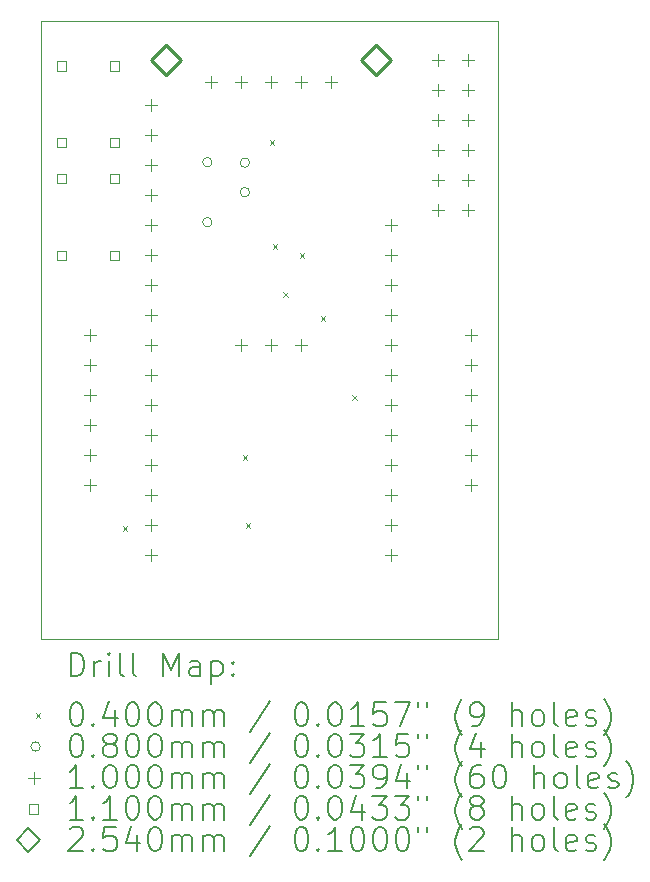
<source format=gbr>
%FSLAX45Y45*%
G04 Gerber Fmt 4.5, Leading zero omitted, Abs format (unit mm)*
G04 Created by KiCad (PCBNEW (6.0.1-0)) date 2022-01-24 10:29:00*
%MOMM*%
%LPD*%
G01*
G04 APERTURE LIST*
%TA.AperFunction,Profile*%
%ADD10C,0.100000*%
%TD*%
%ADD11C,0.200000*%
%ADD12C,0.040000*%
%ADD13C,0.080000*%
%ADD14C,0.100000*%
%ADD15C,0.110000*%
%ADD16C,0.254000*%
G04 APERTURE END LIST*
D10*
X8318500Y-16979900D02*
X4445000Y-16979900D01*
X4445000Y-16979900D02*
X4445000Y-11747500D01*
X4445000Y-11747500D02*
X8318500Y-11747500D01*
X8318500Y-11747500D02*
X8318500Y-16979900D01*
D11*
D12*
X5136200Y-16020100D02*
X5176200Y-16060100D01*
X5176200Y-16020100D02*
X5136200Y-16060100D01*
X6152200Y-15423200D02*
X6192200Y-15463200D01*
X6192200Y-15423200D02*
X6152200Y-15463200D01*
X6177600Y-15994700D02*
X6217600Y-16034700D01*
X6217600Y-15994700D02*
X6177600Y-16034700D01*
X6380800Y-12756200D02*
X6420800Y-12796200D01*
X6420800Y-12756200D02*
X6380800Y-12796200D01*
X6406200Y-13632500D02*
X6446200Y-13672500D01*
X6446200Y-13632500D02*
X6406200Y-13672500D01*
X6495100Y-14038900D02*
X6535100Y-14078900D01*
X6535100Y-14038900D02*
X6495100Y-14078900D01*
X6634800Y-13711200D02*
X6674800Y-13751200D01*
X6674800Y-13711200D02*
X6634800Y-13751200D01*
X6813030Y-14241670D02*
X6853030Y-14281670D01*
X6853030Y-14241670D02*
X6813030Y-14281670D01*
X7079300Y-14910901D02*
X7119300Y-14950901D01*
X7119300Y-14910901D02*
X7079300Y-14950901D01*
D13*
X5894700Y-12940800D02*
G75*
G03*
X5894700Y-12940800I-40000J0D01*
G01*
X5894700Y-13448800D02*
G75*
G03*
X5894700Y-13448800I-40000J0D01*
G01*
X6212200Y-12945300D02*
G75*
G03*
X6212200Y-12945300I-40000J0D01*
G01*
X6212200Y-13195300D02*
G75*
G03*
X6212200Y-13195300I-40000J0D01*
G01*
D14*
X4864100Y-14351800D02*
X4864100Y-14451800D01*
X4814100Y-14401800D02*
X4914100Y-14401800D01*
X4864100Y-14605800D02*
X4864100Y-14705800D01*
X4814100Y-14655800D02*
X4914100Y-14655800D01*
X4864100Y-14859800D02*
X4864100Y-14959800D01*
X4814100Y-14909800D02*
X4914100Y-14909800D01*
X4864100Y-15113800D02*
X4864100Y-15213800D01*
X4814100Y-15163800D02*
X4914100Y-15163800D01*
X4864100Y-15367800D02*
X4864100Y-15467800D01*
X4814100Y-15417800D02*
X4914100Y-15417800D01*
X4864100Y-15621800D02*
X4864100Y-15721800D01*
X4814100Y-15671800D02*
X4914100Y-15671800D01*
X5377000Y-12405000D02*
X5377000Y-12505000D01*
X5327000Y-12455000D02*
X5427000Y-12455000D01*
X5377000Y-12659000D02*
X5377000Y-12759000D01*
X5327000Y-12709000D02*
X5427000Y-12709000D01*
X5377000Y-12913000D02*
X5377000Y-13013000D01*
X5327000Y-12963000D02*
X5427000Y-12963000D01*
X5377000Y-13167000D02*
X5377000Y-13267000D01*
X5327000Y-13217000D02*
X5427000Y-13217000D01*
X5377000Y-13421000D02*
X5377000Y-13521000D01*
X5327000Y-13471000D02*
X5427000Y-13471000D01*
X5377000Y-13675000D02*
X5377000Y-13775000D01*
X5327000Y-13725000D02*
X5427000Y-13725000D01*
X5377000Y-13929000D02*
X5377000Y-14029000D01*
X5327000Y-13979000D02*
X5427000Y-13979000D01*
X5377000Y-14183000D02*
X5377000Y-14283000D01*
X5327000Y-14233000D02*
X5427000Y-14233000D01*
X5377000Y-14437000D02*
X5377000Y-14537000D01*
X5327000Y-14487000D02*
X5427000Y-14487000D01*
X5377000Y-14691000D02*
X5377000Y-14791000D01*
X5327000Y-14741000D02*
X5427000Y-14741000D01*
X5377000Y-14945000D02*
X5377000Y-15045000D01*
X5327000Y-14995000D02*
X5427000Y-14995000D01*
X5377000Y-15199000D02*
X5377000Y-15299000D01*
X5327000Y-15249000D02*
X5427000Y-15249000D01*
X5377000Y-15453000D02*
X5377000Y-15553000D01*
X5327000Y-15503000D02*
X5427000Y-15503000D01*
X5377000Y-15707000D02*
X5377000Y-15807000D01*
X5327000Y-15757000D02*
X5427000Y-15757000D01*
X5377000Y-15961000D02*
X5377000Y-16061000D01*
X5327000Y-16011000D02*
X5427000Y-16011000D01*
X5377000Y-16215000D02*
X5377000Y-16315000D01*
X5327000Y-16265000D02*
X5427000Y-16265000D01*
X5885000Y-12214500D02*
X5885000Y-12314500D01*
X5835000Y-12264500D02*
X5935000Y-12264500D01*
X6139000Y-12214500D02*
X6139000Y-12314500D01*
X6089000Y-12264500D02*
X6189000Y-12264500D01*
X6139000Y-14437000D02*
X6139000Y-14537000D01*
X6089000Y-14487000D02*
X6189000Y-14487000D01*
X6393000Y-12214500D02*
X6393000Y-12314500D01*
X6343000Y-12264500D02*
X6443000Y-12264500D01*
X6393000Y-14437000D02*
X6393000Y-14537000D01*
X6343000Y-14487000D02*
X6443000Y-14487000D01*
X6647000Y-12214500D02*
X6647000Y-12314500D01*
X6597000Y-12264500D02*
X6697000Y-12264500D01*
X6647000Y-14437000D02*
X6647000Y-14537000D01*
X6597000Y-14487000D02*
X6697000Y-14487000D01*
X6901000Y-12214500D02*
X6901000Y-12314500D01*
X6851000Y-12264500D02*
X6951000Y-12264500D01*
X7409000Y-13421000D02*
X7409000Y-13521000D01*
X7359000Y-13471000D02*
X7459000Y-13471000D01*
X7409000Y-13675000D02*
X7409000Y-13775000D01*
X7359000Y-13725000D02*
X7459000Y-13725000D01*
X7409000Y-13929000D02*
X7409000Y-14029000D01*
X7359000Y-13979000D02*
X7459000Y-13979000D01*
X7409000Y-14183000D02*
X7409000Y-14283000D01*
X7359000Y-14233000D02*
X7459000Y-14233000D01*
X7409000Y-14437000D02*
X7409000Y-14537000D01*
X7359000Y-14487000D02*
X7459000Y-14487000D01*
X7409000Y-14691000D02*
X7409000Y-14791000D01*
X7359000Y-14741000D02*
X7459000Y-14741000D01*
X7409000Y-14945000D02*
X7409000Y-15045000D01*
X7359000Y-14995000D02*
X7459000Y-14995000D01*
X7409000Y-15199000D02*
X7409000Y-15299000D01*
X7359000Y-15249000D02*
X7459000Y-15249000D01*
X7409000Y-15453000D02*
X7409000Y-15553000D01*
X7359000Y-15503000D02*
X7459000Y-15503000D01*
X7409000Y-15707000D02*
X7409000Y-15807000D01*
X7359000Y-15757000D02*
X7459000Y-15757000D01*
X7409000Y-15961000D02*
X7409000Y-16061000D01*
X7359000Y-16011000D02*
X7459000Y-16011000D01*
X7409000Y-16215000D02*
X7409000Y-16315000D01*
X7359000Y-16265000D02*
X7459000Y-16265000D01*
X7810500Y-12027700D02*
X7810500Y-12127700D01*
X7760500Y-12077700D02*
X7860500Y-12077700D01*
X7810500Y-12281700D02*
X7810500Y-12381700D01*
X7760500Y-12331700D02*
X7860500Y-12331700D01*
X7810500Y-12535700D02*
X7810500Y-12635700D01*
X7760500Y-12585700D02*
X7860500Y-12585700D01*
X7810500Y-12789700D02*
X7810500Y-12889700D01*
X7760500Y-12839700D02*
X7860500Y-12839700D01*
X7810500Y-13043700D02*
X7810500Y-13143700D01*
X7760500Y-13093700D02*
X7860500Y-13093700D01*
X7810500Y-13297700D02*
X7810500Y-13397700D01*
X7760500Y-13347700D02*
X7860500Y-13347700D01*
X8064500Y-12027700D02*
X8064500Y-12127700D01*
X8014500Y-12077700D02*
X8114500Y-12077700D01*
X8064500Y-12281700D02*
X8064500Y-12381700D01*
X8014500Y-12331700D02*
X8114500Y-12331700D01*
X8064500Y-12535700D02*
X8064500Y-12635700D01*
X8014500Y-12585700D02*
X8114500Y-12585700D01*
X8064500Y-12789700D02*
X8064500Y-12889700D01*
X8014500Y-12839700D02*
X8114500Y-12839700D01*
X8064500Y-13043700D02*
X8064500Y-13143700D01*
X8014500Y-13093700D02*
X8114500Y-13093700D01*
X8064500Y-13297700D02*
X8064500Y-13397700D01*
X8014500Y-13347700D02*
X8114500Y-13347700D01*
X8089900Y-14351800D02*
X8089900Y-14451800D01*
X8039900Y-14401800D02*
X8139900Y-14401800D01*
X8089900Y-14605800D02*
X8089900Y-14705800D01*
X8039900Y-14655800D02*
X8139900Y-14655800D01*
X8089900Y-14859800D02*
X8089900Y-14959800D01*
X8039900Y-14909800D02*
X8139900Y-14909800D01*
X8089900Y-15113800D02*
X8089900Y-15213800D01*
X8039900Y-15163800D02*
X8139900Y-15163800D01*
X8089900Y-15367800D02*
X8089900Y-15467800D01*
X8039900Y-15417800D02*
X8139900Y-15417800D01*
X8089900Y-15621800D02*
X8089900Y-15721800D01*
X8039900Y-15671800D02*
X8139900Y-15671800D01*
D15*
X4656191Y-12165091D02*
X4656191Y-12087309D01*
X4578409Y-12087309D01*
X4578409Y-12165091D01*
X4656191Y-12165091D01*
X4656191Y-12815091D02*
X4656191Y-12737309D01*
X4578409Y-12737309D01*
X4578409Y-12815091D01*
X4656191Y-12815091D01*
X4656191Y-13117591D02*
X4656191Y-13039809D01*
X4578409Y-13039809D01*
X4578409Y-13117591D01*
X4656191Y-13117591D01*
X4656191Y-13767591D02*
X4656191Y-13689809D01*
X4578409Y-13689809D01*
X4578409Y-13767591D01*
X4656191Y-13767591D01*
X5106191Y-12165091D02*
X5106191Y-12087309D01*
X5028409Y-12087309D01*
X5028409Y-12165091D01*
X5106191Y-12165091D01*
X5106191Y-12815091D02*
X5106191Y-12737309D01*
X5028409Y-12737309D01*
X5028409Y-12815091D01*
X5106191Y-12815091D01*
X5106191Y-13117591D02*
X5106191Y-13039809D01*
X5028409Y-13039809D01*
X5028409Y-13117591D01*
X5106191Y-13117591D01*
X5106191Y-13767591D02*
X5106191Y-13689809D01*
X5028409Y-13689809D01*
X5028409Y-13767591D01*
X5106191Y-13767591D01*
D16*
X5504000Y-12201000D02*
X5631000Y-12074000D01*
X5504000Y-11947000D01*
X5377000Y-12074000D01*
X5504000Y-12201000D01*
X7282000Y-12201000D02*
X7409000Y-12074000D01*
X7282000Y-11947000D01*
X7155000Y-12074000D01*
X7282000Y-12201000D01*
D11*
X4697619Y-17295376D02*
X4697619Y-17095376D01*
X4745238Y-17095376D01*
X4773810Y-17104900D01*
X4792857Y-17123948D01*
X4802381Y-17142995D01*
X4811905Y-17181090D01*
X4811905Y-17209662D01*
X4802381Y-17247757D01*
X4792857Y-17266805D01*
X4773810Y-17285852D01*
X4745238Y-17295376D01*
X4697619Y-17295376D01*
X4897619Y-17295376D02*
X4897619Y-17162043D01*
X4897619Y-17200138D02*
X4907143Y-17181090D01*
X4916667Y-17171567D01*
X4935714Y-17162043D01*
X4954762Y-17162043D01*
X5021429Y-17295376D02*
X5021429Y-17162043D01*
X5021429Y-17095376D02*
X5011905Y-17104900D01*
X5021429Y-17114424D01*
X5030952Y-17104900D01*
X5021429Y-17095376D01*
X5021429Y-17114424D01*
X5145238Y-17295376D02*
X5126190Y-17285852D01*
X5116667Y-17266805D01*
X5116667Y-17095376D01*
X5250000Y-17295376D02*
X5230952Y-17285852D01*
X5221429Y-17266805D01*
X5221429Y-17095376D01*
X5478571Y-17295376D02*
X5478571Y-17095376D01*
X5545238Y-17238233D01*
X5611905Y-17095376D01*
X5611905Y-17295376D01*
X5792857Y-17295376D02*
X5792857Y-17190614D01*
X5783333Y-17171567D01*
X5764286Y-17162043D01*
X5726190Y-17162043D01*
X5707143Y-17171567D01*
X5792857Y-17285852D02*
X5773809Y-17295376D01*
X5726190Y-17295376D01*
X5707143Y-17285852D01*
X5697619Y-17266805D01*
X5697619Y-17247757D01*
X5707143Y-17228710D01*
X5726190Y-17219186D01*
X5773809Y-17219186D01*
X5792857Y-17209662D01*
X5888095Y-17162043D02*
X5888095Y-17362043D01*
X5888095Y-17171567D02*
X5907143Y-17162043D01*
X5945238Y-17162043D01*
X5964286Y-17171567D01*
X5973809Y-17181090D01*
X5983333Y-17200138D01*
X5983333Y-17257281D01*
X5973809Y-17276329D01*
X5964286Y-17285852D01*
X5945238Y-17295376D01*
X5907143Y-17295376D01*
X5888095Y-17285852D01*
X6069048Y-17276329D02*
X6078571Y-17285852D01*
X6069048Y-17295376D01*
X6059524Y-17285852D01*
X6069048Y-17276329D01*
X6069048Y-17295376D01*
X6069048Y-17171567D02*
X6078571Y-17181090D01*
X6069048Y-17190614D01*
X6059524Y-17181090D01*
X6069048Y-17171567D01*
X6069048Y-17190614D01*
D12*
X4400000Y-17604900D02*
X4440000Y-17644900D01*
X4440000Y-17604900D02*
X4400000Y-17644900D01*
D11*
X4735714Y-17515376D02*
X4754762Y-17515376D01*
X4773810Y-17524900D01*
X4783333Y-17534424D01*
X4792857Y-17553471D01*
X4802381Y-17591567D01*
X4802381Y-17639186D01*
X4792857Y-17677281D01*
X4783333Y-17696329D01*
X4773810Y-17705852D01*
X4754762Y-17715376D01*
X4735714Y-17715376D01*
X4716667Y-17705852D01*
X4707143Y-17696329D01*
X4697619Y-17677281D01*
X4688095Y-17639186D01*
X4688095Y-17591567D01*
X4697619Y-17553471D01*
X4707143Y-17534424D01*
X4716667Y-17524900D01*
X4735714Y-17515376D01*
X4888095Y-17696329D02*
X4897619Y-17705852D01*
X4888095Y-17715376D01*
X4878571Y-17705852D01*
X4888095Y-17696329D01*
X4888095Y-17715376D01*
X5069048Y-17582043D02*
X5069048Y-17715376D01*
X5021429Y-17505852D02*
X4973810Y-17648710D01*
X5097619Y-17648710D01*
X5211905Y-17515376D02*
X5230952Y-17515376D01*
X5250000Y-17524900D01*
X5259524Y-17534424D01*
X5269048Y-17553471D01*
X5278571Y-17591567D01*
X5278571Y-17639186D01*
X5269048Y-17677281D01*
X5259524Y-17696329D01*
X5250000Y-17705852D01*
X5230952Y-17715376D01*
X5211905Y-17715376D01*
X5192857Y-17705852D01*
X5183333Y-17696329D01*
X5173810Y-17677281D01*
X5164286Y-17639186D01*
X5164286Y-17591567D01*
X5173810Y-17553471D01*
X5183333Y-17534424D01*
X5192857Y-17524900D01*
X5211905Y-17515376D01*
X5402381Y-17515376D02*
X5421429Y-17515376D01*
X5440476Y-17524900D01*
X5450000Y-17534424D01*
X5459524Y-17553471D01*
X5469048Y-17591567D01*
X5469048Y-17639186D01*
X5459524Y-17677281D01*
X5450000Y-17696329D01*
X5440476Y-17705852D01*
X5421429Y-17715376D01*
X5402381Y-17715376D01*
X5383333Y-17705852D01*
X5373810Y-17696329D01*
X5364286Y-17677281D01*
X5354762Y-17639186D01*
X5354762Y-17591567D01*
X5364286Y-17553471D01*
X5373810Y-17534424D01*
X5383333Y-17524900D01*
X5402381Y-17515376D01*
X5554762Y-17715376D02*
X5554762Y-17582043D01*
X5554762Y-17601090D02*
X5564286Y-17591567D01*
X5583333Y-17582043D01*
X5611905Y-17582043D01*
X5630952Y-17591567D01*
X5640476Y-17610614D01*
X5640476Y-17715376D01*
X5640476Y-17610614D02*
X5650000Y-17591567D01*
X5669048Y-17582043D01*
X5697619Y-17582043D01*
X5716667Y-17591567D01*
X5726190Y-17610614D01*
X5726190Y-17715376D01*
X5821428Y-17715376D02*
X5821428Y-17582043D01*
X5821428Y-17601090D02*
X5830952Y-17591567D01*
X5850000Y-17582043D01*
X5878571Y-17582043D01*
X5897619Y-17591567D01*
X5907143Y-17610614D01*
X5907143Y-17715376D01*
X5907143Y-17610614D02*
X5916667Y-17591567D01*
X5935714Y-17582043D01*
X5964286Y-17582043D01*
X5983333Y-17591567D01*
X5992857Y-17610614D01*
X5992857Y-17715376D01*
X6383333Y-17505852D02*
X6211905Y-17762995D01*
X6640476Y-17515376D02*
X6659524Y-17515376D01*
X6678571Y-17524900D01*
X6688095Y-17534424D01*
X6697619Y-17553471D01*
X6707143Y-17591567D01*
X6707143Y-17639186D01*
X6697619Y-17677281D01*
X6688095Y-17696329D01*
X6678571Y-17705852D01*
X6659524Y-17715376D01*
X6640476Y-17715376D01*
X6621428Y-17705852D01*
X6611905Y-17696329D01*
X6602381Y-17677281D01*
X6592857Y-17639186D01*
X6592857Y-17591567D01*
X6602381Y-17553471D01*
X6611905Y-17534424D01*
X6621428Y-17524900D01*
X6640476Y-17515376D01*
X6792857Y-17696329D02*
X6802381Y-17705852D01*
X6792857Y-17715376D01*
X6783333Y-17705852D01*
X6792857Y-17696329D01*
X6792857Y-17715376D01*
X6926190Y-17515376D02*
X6945238Y-17515376D01*
X6964286Y-17524900D01*
X6973809Y-17534424D01*
X6983333Y-17553471D01*
X6992857Y-17591567D01*
X6992857Y-17639186D01*
X6983333Y-17677281D01*
X6973809Y-17696329D01*
X6964286Y-17705852D01*
X6945238Y-17715376D01*
X6926190Y-17715376D01*
X6907143Y-17705852D01*
X6897619Y-17696329D01*
X6888095Y-17677281D01*
X6878571Y-17639186D01*
X6878571Y-17591567D01*
X6888095Y-17553471D01*
X6897619Y-17534424D01*
X6907143Y-17524900D01*
X6926190Y-17515376D01*
X7183333Y-17715376D02*
X7069048Y-17715376D01*
X7126190Y-17715376D02*
X7126190Y-17515376D01*
X7107143Y-17543948D01*
X7088095Y-17562995D01*
X7069048Y-17572519D01*
X7364286Y-17515376D02*
X7269048Y-17515376D01*
X7259524Y-17610614D01*
X7269048Y-17601090D01*
X7288095Y-17591567D01*
X7335714Y-17591567D01*
X7354762Y-17601090D01*
X7364286Y-17610614D01*
X7373809Y-17629662D01*
X7373809Y-17677281D01*
X7364286Y-17696329D01*
X7354762Y-17705852D01*
X7335714Y-17715376D01*
X7288095Y-17715376D01*
X7269048Y-17705852D01*
X7259524Y-17696329D01*
X7440476Y-17515376D02*
X7573809Y-17515376D01*
X7488095Y-17715376D01*
X7640476Y-17515376D02*
X7640476Y-17553471D01*
X7716667Y-17515376D02*
X7716667Y-17553471D01*
X8011905Y-17791567D02*
X8002381Y-17782043D01*
X7983333Y-17753471D01*
X7973809Y-17734424D01*
X7964286Y-17705852D01*
X7954762Y-17658233D01*
X7954762Y-17620138D01*
X7964286Y-17572519D01*
X7973809Y-17543948D01*
X7983333Y-17524900D01*
X8002381Y-17496329D01*
X8011905Y-17486805D01*
X8097619Y-17715376D02*
X8135714Y-17715376D01*
X8154762Y-17705852D01*
X8164286Y-17696329D01*
X8183333Y-17667757D01*
X8192857Y-17629662D01*
X8192857Y-17553471D01*
X8183333Y-17534424D01*
X8173809Y-17524900D01*
X8154762Y-17515376D01*
X8116667Y-17515376D01*
X8097619Y-17524900D01*
X8088095Y-17534424D01*
X8078571Y-17553471D01*
X8078571Y-17601090D01*
X8088095Y-17620138D01*
X8097619Y-17629662D01*
X8116667Y-17639186D01*
X8154762Y-17639186D01*
X8173809Y-17629662D01*
X8183333Y-17620138D01*
X8192857Y-17601090D01*
X8430952Y-17715376D02*
X8430952Y-17515376D01*
X8516667Y-17715376D02*
X8516667Y-17610614D01*
X8507143Y-17591567D01*
X8488095Y-17582043D01*
X8459524Y-17582043D01*
X8440476Y-17591567D01*
X8430952Y-17601090D01*
X8640476Y-17715376D02*
X8621429Y-17705852D01*
X8611905Y-17696329D01*
X8602381Y-17677281D01*
X8602381Y-17620138D01*
X8611905Y-17601090D01*
X8621429Y-17591567D01*
X8640476Y-17582043D01*
X8669048Y-17582043D01*
X8688095Y-17591567D01*
X8697619Y-17601090D01*
X8707143Y-17620138D01*
X8707143Y-17677281D01*
X8697619Y-17696329D01*
X8688095Y-17705852D01*
X8669048Y-17715376D01*
X8640476Y-17715376D01*
X8821429Y-17715376D02*
X8802381Y-17705852D01*
X8792857Y-17686805D01*
X8792857Y-17515376D01*
X8973810Y-17705852D02*
X8954762Y-17715376D01*
X8916667Y-17715376D01*
X8897619Y-17705852D01*
X8888095Y-17686805D01*
X8888095Y-17610614D01*
X8897619Y-17591567D01*
X8916667Y-17582043D01*
X8954762Y-17582043D01*
X8973810Y-17591567D01*
X8983333Y-17610614D01*
X8983333Y-17629662D01*
X8888095Y-17648710D01*
X9059524Y-17705852D02*
X9078571Y-17715376D01*
X9116667Y-17715376D01*
X9135714Y-17705852D01*
X9145238Y-17686805D01*
X9145238Y-17677281D01*
X9135714Y-17658233D01*
X9116667Y-17648710D01*
X9088095Y-17648710D01*
X9069048Y-17639186D01*
X9059524Y-17620138D01*
X9059524Y-17610614D01*
X9069048Y-17591567D01*
X9088095Y-17582043D01*
X9116667Y-17582043D01*
X9135714Y-17591567D01*
X9211905Y-17791567D02*
X9221429Y-17782043D01*
X9240476Y-17753471D01*
X9250000Y-17734424D01*
X9259524Y-17705852D01*
X9269048Y-17658233D01*
X9269048Y-17620138D01*
X9259524Y-17572519D01*
X9250000Y-17543948D01*
X9240476Y-17524900D01*
X9221429Y-17496329D01*
X9211905Y-17486805D01*
D13*
X4440000Y-17888900D02*
G75*
G03*
X4440000Y-17888900I-40000J0D01*
G01*
D11*
X4735714Y-17779376D02*
X4754762Y-17779376D01*
X4773810Y-17788900D01*
X4783333Y-17798424D01*
X4792857Y-17817471D01*
X4802381Y-17855567D01*
X4802381Y-17903186D01*
X4792857Y-17941281D01*
X4783333Y-17960329D01*
X4773810Y-17969852D01*
X4754762Y-17979376D01*
X4735714Y-17979376D01*
X4716667Y-17969852D01*
X4707143Y-17960329D01*
X4697619Y-17941281D01*
X4688095Y-17903186D01*
X4688095Y-17855567D01*
X4697619Y-17817471D01*
X4707143Y-17798424D01*
X4716667Y-17788900D01*
X4735714Y-17779376D01*
X4888095Y-17960329D02*
X4897619Y-17969852D01*
X4888095Y-17979376D01*
X4878571Y-17969852D01*
X4888095Y-17960329D01*
X4888095Y-17979376D01*
X5011905Y-17865090D02*
X4992857Y-17855567D01*
X4983333Y-17846043D01*
X4973810Y-17826995D01*
X4973810Y-17817471D01*
X4983333Y-17798424D01*
X4992857Y-17788900D01*
X5011905Y-17779376D01*
X5050000Y-17779376D01*
X5069048Y-17788900D01*
X5078571Y-17798424D01*
X5088095Y-17817471D01*
X5088095Y-17826995D01*
X5078571Y-17846043D01*
X5069048Y-17855567D01*
X5050000Y-17865090D01*
X5011905Y-17865090D01*
X4992857Y-17874614D01*
X4983333Y-17884138D01*
X4973810Y-17903186D01*
X4973810Y-17941281D01*
X4983333Y-17960329D01*
X4992857Y-17969852D01*
X5011905Y-17979376D01*
X5050000Y-17979376D01*
X5069048Y-17969852D01*
X5078571Y-17960329D01*
X5088095Y-17941281D01*
X5088095Y-17903186D01*
X5078571Y-17884138D01*
X5069048Y-17874614D01*
X5050000Y-17865090D01*
X5211905Y-17779376D02*
X5230952Y-17779376D01*
X5250000Y-17788900D01*
X5259524Y-17798424D01*
X5269048Y-17817471D01*
X5278571Y-17855567D01*
X5278571Y-17903186D01*
X5269048Y-17941281D01*
X5259524Y-17960329D01*
X5250000Y-17969852D01*
X5230952Y-17979376D01*
X5211905Y-17979376D01*
X5192857Y-17969852D01*
X5183333Y-17960329D01*
X5173810Y-17941281D01*
X5164286Y-17903186D01*
X5164286Y-17855567D01*
X5173810Y-17817471D01*
X5183333Y-17798424D01*
X5192857Y-17788900D01*
X5211905Y-17779376D01*
X5402381Y-17779376D02*
X5421429Y-17779376D01*
X5440476Y-17788900D01*
X5450000Y-17798424D01*
X5459524Y-17817471D01*
X5469048Y-17855567D01*
X5469048Y-17903186D01*
X5459524Y-17941281D01*
X5450000Y-17960329D01*
X5440476Y-17969852D01*
X5421429Y-17979376D01*
X5402381Y-17979376D01*
X5383333Y-17969852D01*
X5373810Y-17960329D01*
X5364286Y-17941281D01*
X5354762Y-17903186D01*
X5354762Y-17855567D01*
X5364286Y-17817471D01*
X5373810Y-17798424D01*
X5383333Y-17788900D01*
X5402381Y-17779376D01*
X5554762Y-17979376D02*
X5554762Y-17846043D01*
X5554762Y-17865090D02*
X5564286Y-17855567D01*
X5583333Y-17846043D01*
X5611905Y-17846043D01*
X5630952Y-17855567D01*
X5640476Y-17874614D01*
X5640476Y-17979376D01*
X5640476Y-17874614D02*
X5650000Y-17855567D01*
X5669048Y-17846043D01*
X5697619Y-17846043D01*
X5716667Y-17855567D01*
X5726190Y-17874614D01*
X5726190Y-17979376D01*
X5821428Y-17979376D02*
X5821428Y-17846043D01*
X5821428Y-17865090D02*
X5830952Y-17855567D01*
X5850000Y-17846043D01*
X5878571Y-17846043D01*
X5897619Y-17855567D01*
X5907143Y-17874614D01*
X5907143Y-17979376D01*
X5907143Y-17874614D02*
X5916667Y-17855567D01*
X5935714Y-17846043D01*
X5964286Y-17846043D01*
X5983333Y-17855567D01*
X5992857Y-17874614D01*
X5992857Y-17979376D01*
X6383333Y-17769852D02*
X6211905Y-18026995D01*
X6640476Y-17779376D02*
X6659524Y-17779376D01*
X6678571Y-17788900D01*
X6688095Y-17798424D01*
X6697619Y-17817471D01*
X6707143Y-17855567D01*
X6707143Y-17903186D01*
X6697619Y-17941281D01*
X6688095Y-17960329D01*
X6678571Y-17969852D01*
X6659524Y-17979376D01*
X6640476Y-17979376D01*
X6621428Y-17969852D01*
X6611905Y-17960329D01*
X6602381Y-17941281D01*
X6592857Y-17903186D01*
X6592857Y-17855567D01*
X6602381Y-17817471D01*
X6611905Y-17798424D01*
X6621428Y-17788900D01*
X6640476Y-17779376D01*
X6792857Y-17960329D02*
X6802381Y-17969852D01*
X6792857Y-17979376D01*
X6783333Y-17969852D01*
X6792857Y-17960329D01*
X6792857Y-17979376D01*
X6926190Y-17779376D02*
X6945238Y-17779376D01*
X6964286Y-17788900D01*
X6973809Y-17798424D01*
X6983333Y-17817471D01*
X6992857Y-17855567D01*
X6992857Y-17903186D01*
X6983333Y-17941281D01*
X6973809Y-17960329D01*
X6964286Y-17969852D01*
X6945238Y-17979376D01*
X6926190Y-17979376D01*
X6907143Y-17969852D01*
X6897619Y-17960329D01*
X6888095Y-17941281D01*
X6878571Y-17903186D01*
X6878571Y-17855567D01*
X6888095Y-17817471D01*
X6897619Y-17798424D01*
X6907143Y-17788900D01*
X6926190Y-17779376D01*
X7059524Y-17779376D02*
X7183333Y-17779376D01*
X7116667Y-17855567D01*
X7145238Y-17855567D01*
X7164286Y-17865090D01*
X7173809Y-17874614D01*
X7183333Y-17893662D01*
X7183333Y-17941281D01*
X7173809Y-17960329D01*
X7164286Y-17969852D01*
X7145238Y-17979376D01*
X7088095Y-17979376D01*
X7069048Y-17969852D01*
X7059524Y-17960329D01*
X7373809Y-17979376D02*
X7259524Y-17979376D01*
X7316667Y-17979376D02*
X7316667Y-17779376D01*
X7297619Y-17807948D01*
X7278571Y-17826995D01*
X7259524Y-17836519D01*
X7554762Y-17779376D02*
X7459524Y-17779376D01*
X7450000Y-17874614D01*
X7459524Y-17865090D01*
X7478571Y-17855567D01*
X7526190Y-17855567D01*
X7545238Y-17865090D01*
X7554762Y-17874614D01*
X7564286Y-17893662D01*
X7564286Y-17941281D01*
X7554762Y-17960329D01*
X7545238Y-17969852D01*
X7526190Y-17979376D01*
X7478571Y-17979376D01*
X7459524Y-17969852D01*
X7450000Y-17960329D01*
X7640476Y-17779376D02*
X7640476Y-17817471D01*
X7716667Y-17779376D02*
X7716667Y-17817471D01*
X8011905Y-18055567D02*
X8002381Y-18046043D01*
X7983333Y-18017471D01*
X7973809Y-17998424D01*
X7964286Y-17969852D01*
X7954762Y-17922233D01*
X7954762Y-17884138D01*
X7964286Y-17836519D01*
X7973809Y-17807948D01*
X7983333Y-17788900D01*
X8002381Y-17760329D01*
X8011905Y-17750805D01*
X8173809Y-17846043D02*
X8173809Y-17979376D01*
X8126190Y-17769852D02*
X8078571Y-17912710D01*
X8202381Y-17912710D01*
X8430952Y-17979376D02*
X8430952Y-17779376D01*
X8516667Y-17979376D02*
X8516667Y-17874614D01*
X8507143Y-17855567D01*
X8488095Y-17846043D01*
X8459524Y-17846043D01*
X8440476Y-17855567D01*
X8430952Y-17865090D01*
X8640476Y-17979376D02*
X8621429Y-17969852D01*
X8611905Y-17960329D01*
X8602381Y-17941281D01*
X8602381Y-17884138D01*
X8611905Y-17865090D01*
X8621429Y-17855567D01*
X8640476Y-17846043D01*
X8669048Y-17846043D01*
X8688095Y-17855567D01*
X8697619Y-17865090D01*
X8707143Y-17884138D01*
X8707143Y-17941281D01*
X8697619Y-17960329D01*
X8688095Y-17969852D01*
X8669048Y-17979376D01*
X8640476Y-17979376D01*
X8821429Y-17979376D02*
X8802381Y-17969852D01*
X8792857Y-17950805D01*
X8792857Y-17779376D01*
X8973810Y-17969852D02*
X8954762Y-17979376D01*
X8916667Y-17979376D01*
X8897619Y-17969852D01*
X8888095Y-17950805D01*
X8888095Y-17874614D01*
X8897619Y-17855567D01*
X8916667Y-17846043D01*
X8954762Y-17846043D01*
X8973810Y-17855567D01*
X8983333Y-17874614D01*
X8983333Y-17893662D01*
X8888095Y-17912710D01*
X9059524Y-17969852D02*
X9078571Y-17979376D01*
X9116667Y-17979376D01*
X9135714Y-17969852D01*
X9145238Y-17950805D01*
X9145238Y-17941281D01*
X9135714Y-17922233D01*
X9116667Y-17912710D01*
X9088095Y-17912710D01*
X9069048Y-17903186D01*
X9059524Y-17884138D01*
X9059524Y-17874614D01*
X9069048Y-17855567D01*
X9088095Y-17846043D01*
X9116667Y-17846043D01*
X9135714Y-17855567D01*
X9211905Y-18055567D02*
X9221429Y-18046043D01*
X9240476Y-18017471D01*
X9250000Y-17998424D01*
X9259524Y-17969852D01*
X9269048Y-17922233D01*
X9269048Y-17884138D01*
X9259524Y-17836519D01*
X9250000Y-17807948D01*
X9240476Y-17788900D01*
X9221429Y-17760329D01*
X9211905Y-17750805D01*
D14*
X4390000Y-18102900D02*
X4390000Y-18202900D01*
X4340000Y-18152900D02*
X4440000Y-18152900D01*
D11*
X4802381Y-18243376D02*
X4688095Y-18243376D01*
X4745238Y-18243376D02*
X4745238Y-18043376D01*
X4726190Y-18071948D01*
X4707143Y-18090995D01*
X4688095Y-18100519D01*
X4888095Y-18224329D02*
X4897619Y-18233852D01*
X4888095Y-18243376D01*
X4878571Y-18233852D01*
X4888095Y-18224329D01*
X4888095Y-18243376D01*
X5021429Y-18043376D02*
X5040476Y-18043376D01*
X5059524Y-18052900D01*
X5069048Y-18062424D01*
X5078571Y-18081471D01*
X5088095Y-18119567D01*
X5088095Y-18167186D01*
X5078571Y-18205281D01*
X5069048Y-18224329D01*
X5059524Y-18233852D01*
X5040476Y-18243376D01*
X5021429Y-18243376D01*
X5002381Y-18233852D01*
X4992857Y-18224329D01*
X4983333Y-18205281D01*
X4973810Y-18167186D01*
X4973810Y-18119567D01*
X4983333Y-18081471D01*
X4992857Y-18062424D01*
X5002381Y-18052900D01*
X5021429Y-18043376D01*
X5211905Y-18043376D02*
X5230952Y-18043376D01*
X5250000Y-18052900D01*
X5259524Y-18062424D01*
X5269048Y-18081471D01*
X5278571Y-18119567D01*
X5278571Y-18167186D01*
X5269048Y-18205281D01*
X5259524Y-18224329D01*
X5250000Y-18233852D01*
X5230952Y-18243376D01*
X5211905Y-18243376D01*
X5192857Y-18233852D01*
X5183333Y-18224329D01*
X5173810Y-18205281D01*
X5164286Y-18167186D01*
X5164286Y-18119567D01*
X5173810Y-18081471D01*
X5183333Y-18062424D01*
X5192857Y-18052900D01*
X5211905Y-18043376D01*
X5402381Y-18043376D02*
X5421429Y-18043376D01*
X5440476Y-18052900D01*
X5450000Y-18062424D01*
X5459524Y-18081471D01*
X5469048Y-18119567D01*
X5469048Y-18167186D01*
X5459524Y-18205281D01*
X5450000Y-18224329D01*
X5440476Y-18233852D01*
X5421429Y-18243376D01*
X5402381Y-18243376D01*
X5383333Y-18233852D01*
X5373810Y-18224329D01*
X5364286Y-18205281D01*
X5354762Y-18167186D01*
X5354762Y-18119567D01*
X5364286Y-18081471D01*
X5373810Y-18062424D01*
X5383333Y-18052900D01*
X5402381Y-18043376D01*
X5554762Y-18243376D02*
X5554762Y-18110043D01*
X5554762Y-18129090D02*
X5564286Y-18119567D01*
X5583333Y-18110043D01*
X5611905Y-18110043D01*
X5630952Y-18119567D01*
X5640476Y-18138614D01*
X5640476Y-18243376D01*
X5640476Y-18138614D02*
X5650000Y-18119567D01*
X5669048Y-18110043D01*
X5697619Y-18110043D01*
X5716667Y-18119567D01*
X5726190Y-18138614D01*
X5726190Y-18243376D01*
X5821428Y-18243376D02*
X5821428Y-18110043D01*
X5821428Y-18129090D02*
X5830952Y-18119567D01*
X5850000Y-18110043D01*
X5878571Y-18110043D01*
X5897619Y-18119567D01*
X5907143Y-18138614D01*
X5907143Y-18243376D01*
X5907143Y-18138614D02*
X5916667Y-18119567D01*
X5935714Y-18110043D01*
X5964286Y-18110043D01*
X5983333Y-18119567D01*
X5992857Y-18138614D01*
X5992857Y-18243376D01*
X6383333Y-18033852D02*
X6211905Y-18290995D01*
X6640476Y-18043376D02*
X6659524Y-18043376D01*
X6678571Y-18052900D01*
X6688095Y-18062424D01*
X6697619Y-18081471D01*
X6707143Y-18119567D01*
X6707143Y-18167186D01*
X6697619Y-18205281D01*
X6688095Y-18224329D01*
X6678571Y-18233852D01*
X6659524Y-18243376D01*
X6640476Y-18243376D01*
X6621428Y-18233852D01*
X6611905Y-18224329D01*
X6602381Y-18205281D01*
X6592857Y-18167186D01*
X6592857Y-18119567D01*
X6602381Y-18081471D01*
X6611905Y-18062424D01*
X6621428Y-18052900D01*
X6640476Y-18043376D01*
X6792857Y-18224329D02*
X6802381Y-18233852D01*
X6792857Y-18243376D01*
X6783333Y-18233852D01*
X6792857Y-18224329D01*
X6792857Y-18243376D01*
X6926190Y-18043376D02*
X6945238Y-18043376D01*
X6964286Y-18052900D01*
X6973809Y-18062424D01*
X6983333Y-18081471D01*
X6992857Y-18119567D01*
X6992857Y-18167186D01*
X6983333Y-18205281D01*
X6973809Y-18224329D01*
X6964286Y-18233852D01*
X6945238Y-18243376D01*
X6926190Y-18243376D01*
X6907143Y-18233852D01*
X6897619Y-18224329D01*
X6888095Y-18205281D01*
X6878571Y-18167186D01*
X6878571Y-18119567D01*
X6888095Y-18081471D01*
X6897619Y-18062424D01*
X6907143Y-18052900D01*
X6926190Y-18043376D01*
X7059524Y-18043376D02*
X7183333Y-18043376D01*
X7116667Y-18119567D01*
X7145238Y-18119567D01*
X7164286Y-18129090D01*
X7173809Y-18138614D01*
X7183333Y-18157662D01*
X7183333Y-18205281D01*
X7173809Y-18224329D01*
X7164286Y-18233852D01*
X7145238Y-18243376D01*
X7088095Y-18243376D01*
X7069048Y-18233852D01*
X7059524Y-18224329D01*
X7278571Y-18243376D02*
X7316667Y-18243376D01*
X7335714Y-18233852D01*
X7345238Y-18224329D01*
X7364286Y-18195757D01*
X7373809Y-18157662D01*
X7373809Y-18081471D01*
X7364286Y-18062424D01*
X7354762Y-18052900D01*
X7335714Y-18043376D01*
X7297619Y-18043376D01*
X7278571Y-18052900D01*
X7269048Y-18062424D01*
X7259524Y-18081471D01*
X7259524Y-18129090D01*
X7269048Y-18148138D01*
X7278571Y-18157662D01*
X7297619Y-18167186D01*
X7335714Y-18167186D01*
X7354762Y-18157662D01*
X7364286Y-18148138D01*
X7373809Y-18129090D01*
X7545238Y-18110043D02*
X7545238Y-18243376D01*
X7497619Y-18033852D02*
X7450000Y-18176710D01*
X7573809Y-18176710D01*
X7640476Y-18043376D02*
X7640476Y-18081471D01*
X7716667Y-18043376D02*
X7716667Y-18081471D01*
X8011905Y-18319567D02*
X8002381Y-18310043D01*
X7983333Y-18281471D01*
X7973809Y-18262424D01*
X7964286Y-18233852D01*
X7954762Y-18186233D01*
X7954762Y-18148138D01*
X7964286Y-18100519D01*
X7973809Y-18071948D01*
X7983333Y-18052900D01*
X8002381Y-18024329D01*
X8011905Y-18014805D01*
X8173809Y-18043376D02*
X8135714Y-18043376D01*
X8116667Y-18052900D01*
X8107143Y-18062424D01*
X8088095Y-18090995D01*
X8078571Y-18129090D01*
X8078571Y-18205281D01*
X8088095Y-18224329D01*
X8097619Y-18233852D01*
X8116667Y-18243376D01*
X8154762Y-18243376D01*
X8173809Y-18233852D01*
X8183333Y-18224329D01*
X8192857Y-18205281D01*
X8192857Y-18157662D01*
X8183333Y-18138614D01*
X8173809Y-18129090D01*
X8154762Y-18119567D01*
X8116667Y-18119567D01*
X8097619Y-18129090D01*
X8088095Y-18138614D01*
X8078571Y-18157662D01*
X8316667Y-18043376D02*
X8335714Y-18043376D01*
X8354762Y-18052900D01*
X8364286Y-18062424D01*
X8373809Y-18081471D01*
X8383333Y-18119567D01*
X8383333Y-18167186D01*
X8373809Y-18205281D01*
X8364286Y-18224329D01*
X8354762Y-18233852D01*
X8335714Y-18243376D01*
X8316667Y-18243376D01*
X8297619Y-18233852D01*
X8288095Y-18224329D01*
X8278571Y-18205281D01*
X8269048Y-18167186D01*
X8269048Y-18119567D01*
X8278571Y-18081471D01*
X8288095Y-18062424D01*
X8297619Y-18052900D01*
X8316667Y-18043376D01*
X8621429Y-18243376D02*
X8621429Y-18043376D01*
X8707143Y-18243376D02*
X8707143Y-18138614D01*
X8697619Y-18119567D01*
X8678571Y-18110043D01*
X8650000Y-18110043D01*
X8630952Y-18119567D01*
X8621429Y-18129090D01*
X8830952Y-18243376D02*
X8811905Y-18233852D01*
X8802381Y-18224329D01*
X8792857Y-18205281D01*
X8792857Y-18148138D01*
X8802381Y-18129090D01*
X8811905Y-18119567D01*
X8830952Y-18110043D01*
X8859524Y-18110043D01*
X8878571Y-18119567D01*
X8888095Y-18129090D01*
X8897619Y-18148138D01*
X8897619Y-18205281D01*
X8888095Y-18224329D01*
X8878571Y-18233852D01*
X8859524Y-18243376D01*
X8830952Y-18243376D01*
X9011905Y-18243376D02*
X8992857Y-18233852D01*
X8983333Y-18214805D01*
X8983333Y-18043376D01*
X9164286Y-18233852D02*
X9145238Y-18243376D01*
X9107143Y-18243376D01*
X9088095Y-18233852D01*
X9078571Y-18214805D01*
X9078571Y-18138614D01*
X9088095Y-18119567D01*
X9107143Y-18110043D01*
X9145238Y-18110043D01*
X9164286Y-18119567D01*
X9173810Y-18138614D01*
X9173810Y-18157662D01*
X9078571Y-18176710D01*
X9250000Y-18233852D02*
X9269048Y-18243376D01*
X9307143Y-18243376D01*
X9326190Y-18233852D01*
X9335714Y-18214805D01*
X9335714Y-18205281D01*
X9326190Y-18186233D01*
X9307143Y-18176710D01*
X9278571Y-18176710D01*
X9259524Y-18167186D01*
X9250000Y-18148138D01*
X9250000Y-18138614D01*
X9259524Y-18119567D01*
X9278571Y-18110043D01*
X9307143Y-18110043D01*
X9326190Y-18119567D01*
X9402381Y-18319567D02*
X9411905Y-18310043D01*
X9430952Y-18281471D01*
X9440476Y-18262424D01*
X9450000Y-18233852D01*
X9459524Y-18186233D01*
X9459524Y-18148138D01*
X9450000Y-18100519D01*
X9440476Y-18071948D01*
X9430952Y-18052900D01*
X9411905Y-18024329D01*
X9402381Y-18014805D01*
D15*
X4423891Y-18455791D02*
X4423891Y-18378009D01*
X4346109Y-18378009D01*
X4346109Y-18455791D01*
X4423891Y-18455791D01*
D11*
X4802381Y-18507376D02*
X4688095Y-18507376D01*
X4745238Y-18507376D02*
X4745238Y-18307376D01*
X4726190Y-18335948D01*
X4707143Y-18354995D01*
X4688095Y-18364519D01*
X4888095Y-18488329D02*
X4897619Y-18497852D01*
X4888095Y-18507376D01*
X4878571Y-18497852D01*
X4888095Y-18488329D01*
X4888095Y-18507376D01*
X5088095Y-18507376D02*
X4973810Y-18507376D01*
X5030952Y-18507376D02*
X5030952Y-18307376D01*
X5011905Y-18335948D01*
X4992857Y-18354995D01*
X4973810Y-18364519D01*
X5211905Y-18307376D02*
X5230952Y-18307376D01*
X5250000Y-18316900D01*
X5259524Y-18326424D01*
X5269048Y-18345471D01*
X5278571Y-18383567D01*
X5278571Y-18431186D01*
X5269048Y-18469281D01*
X5259524Y-18488329D01*
X5250000Y-18497852D01*
X5230952Y-18507376D01*
X5211905Y-18507376D01*
X5192857Y-18497852D01*
X5183333Y-18488329D01*
X5173810Y-18469281D01*
X5164286Y-18431186D01*
X5164286Y-18383567D01*
X5173810Y-18345471D01*
X5183333Y-18326424D01*
X5192857Y-18316900D01*
X5211905Y-18307376D01*
X5402381Y-18307376D02*
X5421429Y-18307376D01*
X5440476Y-18316900D01*
X5450000Y-18326424D01*
X5459524Y-18345471D01*
X5469048Y-18383567D01*
X5469048Y-18431186D01*
X5459524Y-18469281D01*
X5450000Y-18488329D01*
X5440476Y-18497852D01*
X5421429Y-18507376D01*
X5402381Y-18507376D01*
X5383333Y-18497852D01*
X5373810Y-18488329D01*
X5364286Y-18469281D01*
X5354762Y-18431186D01*
X5354762Y-18383567D01*
X5364286Y-18345471D01*
X5373810Y-18326424D01*
X5383333Y-18316900D01*
X5402381Y-18307376D01*
X5554762Y-18507376D02*
X5554762Y-18374043D01*
X5554762Y-18393090D02*
X5564286Y-18383567D01*
X5583333Y-18374043D01*
X5611905Y-18374043D01*
X5630952Y-18383567D01*
X5640476Y-18402614D01*
X5640476Y-18507376D01*
X5640476Y-18402614D02*
X5650000Y-18383567D01*
X5669048Y-18374043D01*
X5697619Y-18374043D01*
X5716667Y-18383567D01*
X5726190Y-18402614D01*
X5726190Y-18507376D01*
X5821428Y-18507376D02*
X5821428Y-18374043D01*
X5821428Y-18393090D02*
X5830952Y-18383567D01*
X5850000Y-18374043D01*
X5878571Y-18374043D01*
X5897619Y-18383567D01*
X5907143Y-18402614D01*
X5907143Y-18507376D01*
X5907143Y-18402614D02*
X5916667Y-18383567D01*
X5935714Y-18374043D01*
X5964286Y-18374043D01*
X5983333Y-18383567D01*
X5992857Y-18402614D01*
X5992857Y-18507376D01*
X6383333Y-18297852D02*
X6211905Y-18554995D01*
X6640476Y-18307376D02*
X6659524Y-18307376D01*
X6678571Y-18316900D01*
X6688095Y-18326424D01*
X6697619Y-18345471D01*
X6707143Y-18383567D01*
X6707143Y-18431186D01*
X6697619Y-18469281D01*
X6688095Y-18488329D01*
X6678571Y-18497852D01*
X6659524Y-18507376D01*
X6640476Y-18507376D01*
X6621428Y-18497852D01*
X6611905Y-18488329D01*
X6602381Y-18469281D01*
X6592857Y-18431186D01*
X6592857Y-18383567D01*
X6602381Y-18345471D01*
X6611905Y-18326424D01*
X6621428Y-18316900D01*
X6640476Y-18307376D01*
X6792857Y-18488329D02*
X6802381Y-18497852D01*
X6792857Y-18507376D01*
X6783333Y-18497852D01*
X6792857Y-18488329D01*
X6792857Y-18507376D01*
X6926190Y-18307376D02*
X6945238Y-18307376D01*
X6964286Y-18316900D01*
X6973809Y-18326424D01*
X6983333Y-18345471D01*
X6992857Y-18383567D01*
X6992857Y-18431186D01*
X6983333Y-18469281D01*
X6973809Y-18488329D01*
X6964286Y-18497852D01*
X6945238Y-18507376D01*
X6926190Y-18507376D01*
X6907143Y-18497852D01*
X6897619Y-18488329D01*
X6888095Y-18469281D01*
X6878571Y-18431186D01*
X6878571Y-18383567D01*
X6888095Y-18345471D01*
X6897619Y-18326424D01*
X6907143Y-18316900D01*
X6926190Y-18307376D01*
X7164286Y-18374043D02*
X7164286Y-18507376D01*
X7116667Y-18297852D02*
X7069048Y-18440710D01*
X7192857Y-18440710D01*
X7250000Y-18307376D02*
X7373809Y-18307376D01*
X7307143Y-18383567D01*
X7335714Y-18383567D01*
X7354762Y-18393090D01*
X7364286Y-18402614D01*
X7373809Y-18421662D01*
X7373809Y-18469281D01*
X7364286Y-18488329D01*
X7354762Y-18497852D01*
X7335714Y-18507376D01*
X7278571Y-18507376D01*
X7259524Y-18497852D01*
X7250000Y-18488329D01*
X7440476Y-18307376D02*
X7564286Y-18307376D01*
X7497619Y-18383567D01*
X7526190Y-18383567D01*
X7545238Y-18393090D01*
X7554762Y-18402614D01*
X7564286Y-18421662D01*
X7564286Y-18469281D01*
X7554762Y-18488329D01*
X7545238Y-18497852D01*
X7526190Y-18507376D01*
X7469048Y-18507376D01*
X7450000Y-18497852D01*
X7440476Y-18488329D01*
X7640476Y-18307376D02*
X7640476Y-18345471D01*
X7716667Y-18307376D02*
X7716667Y-18345471D01*
X8011905Y-18583567D02*
X8002381Y-18574043D01*
X7983333Y-18545471D01*
X7973809Y-18526424D01*
X7964286Y-18497852D01*
X7954762Y-18450233D01*
X7954762Y-18412138D01*
X7964286Y-18364519D01*
X7973809Y-18335948D01*
X7983333Y-18316900D01*
X8002381Y-18288329D01*
X8011905Y-18278805D01*
X8116667Y-18393090D02*
X8097619Y-18383567D01*
X8088095Y-18374043D01*
X8078571Y-18354995D01*
X8078571Y-18345471D01*
X8088095Y-18326424D01*
X8097619Y-18316900D01*
X8116667Y-18307376D01*
X8154762Y-18307376D01*
X8173809Y-18316900D01*
X8183333Y-18326424D01*
X8192857Y-18345471D01*
X8192857Y-18354995D01*
X8183333Y-18374043D01*
X8173809Y-18383567D01*
X8154762Y-18393090D01*
X8116667Y-18393090D01*
X8097619Y-18402614D01*
X8088095Y-18412138D01*
X8078571Y-18431186D01*
X8078571Y-18469281D01*
X8088095Y-18488329D01*
X8097619Y-18497852D01*
X8116667Y-18507376D01*
X8154762Y-18507376D01*
X8173809Y-18497852D01*
X8183333Y-18488329D01*
X8192857Y-18469281D01*
X8192857Y-18431186D01*
X8183333Y-18412138D01*
X8173809Y-18402614D01*
X8154762Y-18393090D01*
X8430952Y-18507376D02*
X8430952Y-18307376D01*
X8516667Y-18507376D02*
X8516667Y-18402614D01*
X8507143Y-18383567D01*
X8488095Y-18374043D01*
X8459524Y-18374043D01*
X8440476Y-18383567D01*
X8430952Y-18393090D01*
X8640476Y-18507376D02*
X8621429Y-18497852D01*
X8611905Y-18488329D01*
X8602381Y-18469281D01*
X8602381Y-18412138D01*
X8611905Y-18393090D01*
X8621429Y-18383567D01*
X8640476Y-18374043D01*
X8669048Y-18374043D01*
X8688095Y-18383567D01*
X8697619Y-18393090D01*
X8707143Y-18412138D01*
X8707143Y-18469281D01*
X8697619Y-18488329D01*
X8688095Y-18497852D01*
X8669048Y-18507376D01*
X8640476Y-18507376D01*
X8821429Y-18507376D02*
X8802381Y-18497852D01*
X8792857Y-18478805D01*
X8792857Y-18307376D01*
X8973810Y-18497852D02*
X8954762Y-18507376D01*
X8916667Y-18507376D01*
X8897619Y-18497852D01*
X8888095Y-18478805D01*
X8888095Y-18402614D01*
X8897619Y-18383567D01*
X8916667Y-18374043D01*
X8954762Y-18374043D01*
X8973810Y-18383567D01*
X8983333Y-18402614D01*
X8983333Y-18421662D01*
X8888095Y-18440710D01*
X9059524Y-18497852D02*
X9078571Y-18507376D01*
X9116667Y-18507376D01*
X9135714Y-18497852D01*
X9145238Y-18478805D01*
X9145238Y-18469281D01*
X9135714Y-18450233D01*
X9116667Y-18440710D01*
X9088095Y-18440710D01*
X9069048Y-18431186D01*
X9059524Y-18412138D01*
X9059524Y-18402614D01*
X9069048Y-18383567D01*
X9088095Y-18374043D01*
X9116667Y-18374043D01*
X9135714Y-18383567D01*
X9211905Y-18583567D02*
X9221429Y-18574043D01*
X9240476Y-18545471D01*
X9250000Y-18526424D01*
X9259524Y-18497852D01*
X9269048Y-18450233D01*
X9269048Y-18412138D01*
X9259524Y-18364519D01*
X9250000Y-18335948D01*
X9240476Y-18316900D01*
X9221429Y-18288329D01*
X9211905Y-18278805D01*
X4340000Y-18780900D02*
X4440000Y-18680900D01*
X4340000Y-18580900D01*
X4240000Y-18680900D01*
X4340000Y-18780900D01*
X4688095Y-18590424D02*
X4697619Y-18580900D01*
X4716667Y-18571376D01*
X4764286Y-18571376D01*
X4783333Y-18580900D01*
X4792857Y-18590424D01*
X4802381Y-18609471D01*
X4802381Y-18628519D01*
X4792857Y-18657090D01*
X4678571Y-18771376D01*
X4802381Y-18771376D01*
X4888095Y-18752329D02*
X4897619Y-18761852D01*
X4888095Y-18771376D01*
X4878571Y-18761852D01*
X4888095Y-18752329D01*
X4888095Y-18771376D01*
X5078571Y-18571376D02*
X4983333Y-18571376D01*
X4973810Y-18666614D01*
X4983333Y-18657090D01*
X5002381Y-18647567D01*
X5050000Y-18647567D01*
X5069048Y-18657090D01*
X5078571Y-18666614D01*
X5088095Y-18685662D01*
X5088095Y-18733281D01*
X5078571Y-18752329D01*
X5069048Y-18761852D01*
X5050000Y-18771376D01*
X5002381Y-18771376D01*
X4983333Y-18761852D01*
X4973810Y-18752329D01*
X5259524Y-18638043D02*
X5259524Y-18771376D01*
X5211905Y-18561852D02*
X5164286Y-18704710D01*
X5288095Y-18704710D01*
X5402381Y-18571376D02*
X5421429Y-18571376D01*
X5440476Y-18580900D01*
X5450000Y-18590424D01*
X5459524Y-18609471D01*
X5469048Y-18647567D01*
X5469048Y-18695186D01*
X5459524Y-18733281D01*
X5450000Y-18752329D01*
X5440476Y-18761852D01*
X5421429Y-18771376D01*
X5402381Y-18771376D01*
X5383333Y-18761852D01*
X5373810Y-18752329D01*
X5364286Y-18733281D01*
X5354762Y-18695186D01*
X5354762Y-18647567D01*
X5364286Y-18609471D01*
X5373810Y-18590424D01*
X5383333Y-18580900D01*
X5402381Y-18571376D01*
X5554762Y-18771376D02*
X5554762Y-18638043D01*
X5554762Y-18657090D02*
X5564286Y-18647567D01*
X5583333Y-18638043D01*
X5611905Y-18638043D01*
X5630952Y-18647567D01*
X5640476Y-18666614D01*
X5640476Y-18771376D01*
X5640476Y-18666614D02*
X5650000Y-18647567D01*
X5669048Y-18638043D01*
X5697619Y-18638043D01*
X5716667Y-18647567D01*
X5726190Y-18666614D01*
X5726190Y-18771376D01*
X5821428Y-18771376D02*
X5821428Y-18638043D01*
X5821428Y-18657090D02*
X5830952Y-18647567D01*
X5850000Y-18638043D01*
X5878571Y-18638043D01*
X5897619Y-18647567D01*
X5907143Y-18666614D01*
X5907143Y-18771376D01*
X5907143Y-18666614D02*
X5916667Y-18647567D01*
X5935714Y-18638043D01*
X5964286Y-18638043D01*
X5983333Y-18647567D01*
X5992857Y-18666614D01*
X5992857Y-18771376D01*
X6383333Y-18561852D02*
X6211905Y-18818995D01*
X6640476Y-18571376D02*
X6659524Y-18571376D01*
X6678571Y-18580900D01*
X6688095Y-18590424D01*
X6697619Y-18609471D01*
X6707143Y-18647567D01*
X6707143Y-18695186D01*
X6697619Y-18733281D01*
X6688095Y-18752329D01*
X6678571Y-18761852D01*
X6659524Y-18771376D01*
X6640476Y-18771376D01*
X6621428Y-18761852D01*
X6611905Y-18752329D01*
X6602381Y-18733281D01*
X6592857Y-18695186D01*
X6592857Y-18647567D01*
X6602381Y-18609471D01*
X6611905Y-18590424D01*
X6621428Y-18580900D01*
X6640476Y-18571376D01*
X6792857Y-18752329D02*
X6802381Y-18761852D01*
X6792857Y-18771376D01*
X6783333Y-18761852D01*
X6792857Y-18752329D01*
X6792857Y-18771376D01*
X6992857Y-18771376D02*
X6878571Y-18771376D01*
X6935714Y-18771376D02*
X6935714Y-18571376D01*
X6916667Y-18599948D01*
X6897619Y-18618995D01*
X6878571Y-18628519D01*
X7116667Y-18571376D02*
X7135714Y-18571376D01*
X7154762Y-18580900D01*
X7164286Y-18590424D01*
X7173809Y-18609471D01*
X7183333Y-18647567D01*
X7183333Y-18695186D01*
X7173809Y-18733281D01*
X7164286Y-18752329D01*
X7154762Y-18761852D01*
X7135714Y-18771376D01*
X7116667Y-18771376D01*
X7097619Y-18761852D01*
X7088095Y-18752329D01*
X7078571Y-18733281D01*
X7069048Y-18695186D01*
X7069048Y-18647567D01*
X7078571Y-18609471D01*
X7088095Y-18590424D01*
X7097619Y-18580900D01*
X7116667Y-18571376D01*
X7307143Y-18571376D02*
X7326190Y-18571376D01*
X7345238Y-18580900D01*
X7354762Y-18590424D01*
X7364286Y-18609471D01*
X7373809Y-18647567D01*
X7373809Y-18695186D01*
X7364286Y-18733281D01*
X7354762Y-18752329D01*
X7345238Y-18761852D01*
X7326190Y-18771376D01*
X7307143Y-18771376D01*
X7288095Y-18761852D01*
X7278571Y-18752329D01*
X7269048Y-18733281D01*
X7259524Y-18695186D01*
X7259524Y-18647567D01*
X7269048Y-18609471D01*
X7278571Y-18590424D01*
X7288095Y-18580900D01*
X7307143Y-18571376D01*
X7497619Y-18571376D02*
X7516667Y-18571376D01*
X7535714Y-18580900D01*
X7545238Y-18590424D01*
X7554762Y-18609471D01*
X7564286Y-18647567D01*
X7564286Y-18695186D01*
X7554762Y-18733281D01*
X7545238Y-18752329D01*
X7535714Y-18761852D01*
X7516667Y-18771376D01*
X7497619Y-18771376D01*
X7478571Y-18761852D01*
X7469048Y-18752329D01*
X7459524Y-18733281D01*
X7450000Y-18695186D01*
X7450000Y-18647567D01*
X7459524Y-18609471D01*
X7469048Y-18590424D01*
X7478571Y-18580900D01*
X7497619Y-18571376D01*
X7640476Y-18571376D02*
X7640476Y-18609471D01*
X7716667Y-18571376D02*
X7716667Y-18609471D01*
X8011905Y-18847567D02*
X8002381Y-18838043D01*
X7983333Y-18809471D01*
X7973809Y-18790424D01*
X7964286Y-18761852D01*
X7954762Y-18714233D01*
X7954762Y-18676138D01*
X7964286Y-18628519D01*
X7973809Y-18599948D01*
X7983333Y-18580900D01*
X8002381Y-18552329D01*
X8011905Y-18542805D01*
X8078571Y-18590424D02*
X8088095Y-18580900D01*
X8107143Y-18571376D01*
X8154762Y-18571376D01*
X8173809Y-18580900D01*
X8183333Y-18590424D01*
X8192857Y-18609471D01*
X8192857Y-18628519D01*
X8183333Y-18657090D01*
X8069048Y-18771376D01*
X8192857Y-18771376D01*
X8430952Y-18771376D02*
X8430952Y-18571376D01*
X8516667Y-18771376D02*
X8516667Y-18666614D01*
X8507143Y-18647567D01*
X8488095Y-18638043D01*
X8459524Y-18638043D01*
X8440476Y-18647567D01*
X8430952Y-18657090D01*
X8640476Y-18771376D02*
X8621429Y-18761852D01*
X8611905Y-18752329D01*
X8602381Y-18733281D01*
X8602381Y-18676138D01*
X8611905Y-18657090D01*
X8621429Y-18647567D01*
X8640476Y-18638043D01*
X8669048Y-18638043D01*
X8688095Y-18647567D01*
X8697619Y-18657090D01*
X8707143Y-18676138D01*
X8707143Y-18733281D01*
X8697619Y-18752329D01*
X8688095Y-18761852D01*
X8669048Y-18771376D01*
X8640476Y-18771376D01*
X8821429Y-18771376D02*
X8802381Y-18761852D01*
X8792857Y-18742805D01*
X8792857Y-18571376D01*
X8973810Y-18761852D02*
X8954762Y-18771376D01*
X8916667Y-18771376D01*
X8897619Y-18761852D01*
X8888095Y-18742805D01*
X8888095Y-18666614D01*
X8897619Y-18647567D01*
X8916667Y-18638043D01*
X8954762Y-18638043D01*
X8973810Y-18647567D01*
X8983333Y-18666614D01*
X8983333Y-18685662D01*
X8888095Y-18704710D01*
X9059524Y-18761852D02*
X9078571Y-18771376D01*
X9116667Y-18771376D01*
X9135714Y-18761852D01*
X9145238Y-18742805D01*
X9145238Y-18733281D01*
X9135714Y-18714233D01*
X9116667Y-18704710D01*
X9088095Y-18704710D01*
X9069048Y-18695186D01*
X9059524Y-18676138D01*
X9059524Y-18666614D01*
X9069048Y-18647567D01*
X9088095Y-18638043D01*
X9116667Y-18638043D01*
X9135714Y-18647567D01*
X9211905Y-18847567D02*
X9221429Y-18838043D01*
X9240476Y-18809471D01*
X9250000Y-18790424D01*
X9259524Y-18761852D01*
X9269048Y-18714233D01*
X9269048Y-18676138D01*
X9259524Y-18628519D01*
X9250000Y-18599948D01*
X9240476Y-18580900D01*
X9221429Y-18552329D01*
X9211905Y-18542805D01*
M02*

</source>
